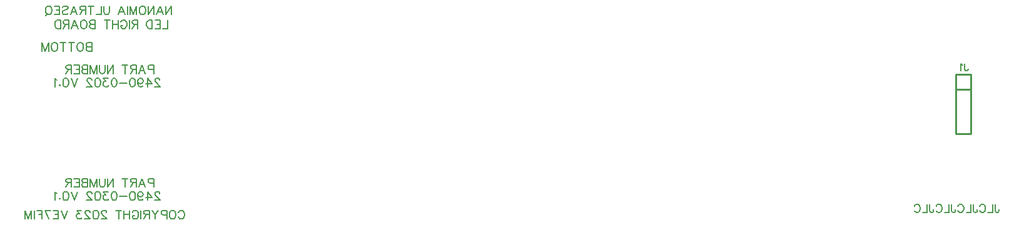
<source format=gbo>
G04 Layer: BottomSilkscreenLayer*
G04 EasyEDA v6.5.34, 2023-08-10 19:30:07*
G04 4c2b3f1c2568491fb8cb17246f5809ed,5a6b42c53f6a479593ecc07194224c93,10*
G04 Gerber Generator version 0.2*
G04 Scale: 100 percent, Rotated: No, Reflected: No *
G04 Dimensions in millimeters *
G04 leading zeros omitted , absolute positions ,4 integer and 5 decimal *
%FSLAX45Y45*%
%MOMM*%

%ADD10C,0.2032*%
%ADD11C,0.1520*%
%ADD12C,0.1524*%
%ADD13C,0.2540*%

%LPD*%
D10*
X34843186Y4742017D02*
G01*
X34848642Y4752926D01*
X34859551Y4763836D01*
X34870458Y4769289D01*
X34892277Y4769289D01*
X34903186Y4763836D01*
X34914095Y4752926D01*
X34919551Y4742017D01*
X34925005Y4725654D01*
X34925005Y4698382D01*
X34919551Y4682017D01*
X34914095Y4671108D01*
X34903186Y4660198D01*
X34892277Y4654745D01*
X34870458Y4654745D01*
X34859551Y4660198D01*
X34848642Y4671108D01*
X34843186Y4682017D01*
X34774459Y4769289D02*
G01*
X34785368Y4763836D01*
X34796277Y4752926D01*
X34801733Y4742017D01*
X34807187Y4725654D01*
X34807187Y4698382D01*
X34801733Y4682017D01*
X34796277Y4671108D01*
X34785368Y4660198D01*
X34774459Y4654745D01*
X34752640Y4654745D01*
X34741733Y4660198D01*
X34730824Y4671108D01*
X34725368Y4682017D01*
X34719915Y4698382D01*
X34719915Y4725654D01*
X34725368Y4742017D01*
X34730824Y4752926D01*
X34741733Y4763836D01*
X34752640Y4769289D01*
X34774459Y4769289D01*
X34683915Y4769289D02*
G01*
X34683915Y4654745D01*
X34683915Y4769289D02*
G01*
X34634822Y4769289D01*
X34618460Y4763836D01*
X34613006Y4758382D01*
X34607550Y4747473D01*
X34607550Y4731108D01*
X34613006Y4720198D01*
X34618460Y4714745D01*
X34634822Y4709289D01*
X34683915Y4709289D01*
X34571551Y4769289D02*
G01*
X34527914Y4714745D01*
X34527914Y4654745D01*
X34484279Y4769289D02*
G01*
X34527914Y4714745D01*
X34448277Y4769289D02*
G01*
X34448277Y4654745D01*
X34448277Y4769289D02*
G01*
X34399186Y4769289D01*
X34382824Y4763836D01*
X34377370Y4758382D01*
X34371915Y4747473D01*
X34371915Y4736564D01*
X34377370Y4725654D01*
X34382824Y4720198D01*
X34399186Y4714745D01*
X34448277Y4714745D01*
X34410096Y4714745D02*
G01*
X34371915Y4654745D01*
X34335915Y4769289D02*
G01*
X34335915Y4654745D01*
X34218097Y4742017D02*
G01*
X34223551Y4752926D01*
X34234460Y4763836D01*
X34245369Y4769289D01*
X34267188Y4769289D01*
X34278097Y4763836D01*
X34289006Y4752926D01*
X34294460Y4742017D01*
X34299916Y4725654D01*
X34299916Y4698382D01*
X34294460Y4682017D01*
X34289006Y4671108D01*
X34278097Y4660198D01*
X34267188Y4654745D01*
X34245369Y4654745D01*
X34234460Y4660198D01*
X34223551Y4671108D01*
X34218097Y4682017D01*
X34218097Y4698382D01*
X34245369Y4698382D02*
G01*
X34218097Y4698382D01*
X34182098Y4769289D02*
G01*
X34182098Y4654745D01*
X34105733Y4769289D02*
G01*
X34105733Y4654745D01*
X34182098Y4714745D02*
G01*
X34105733Y4714745D01*
X34031552Y4769289D02*
G01*
X34031552Y4654745D01*
X34069733Y4769289D02*
G01*
X33993371Y4769289D01*
X33867915Y4742017D02*
G01*
X33867915Y4747473D01*
X33862462Y4758382D01*
X33857006Y4763836D01*
X33846096Y4769289D01*
X33824280Y4769289D01*
X33813371Y4763836D01*
X33807915Y4758382D01*
X33802462Y4747473D01*
X33802462Y4736564D01*
X33807915Y4725654D01*
X33818824Y4709289D01*
X33873371Y4654745D01*
X33797006Y4654745D01*
X33728279Y4769289D02*
G01*
X33744644Y4763836D01*
X33755553Y4747473D01*
X33761006Y4720198D01*
X33761006Y4703836D01*
X33755553Y4676564D01*
X33744644Y4660198D01*
X33728279Y4654745D01*
X33717372Y4654745D01*
X33701007Y4660198D01*
X33690097Y4676564D01*
X33684644Y4703836D01*
X33684644Y4720198D01*
X33690097Y4747473D01*
X33701007Y4763836D01*
X33717372Y4769289D01*
X33728279Y4769289D01*
X33643188Y4742017D02*
G01*
X33643188Y4747473D01*
X33637735Y4758382D01*
X33632279Y4763836D01*
X33621370Y4769289D01*
X33599554Y4769289D01*
X33588645Y4763836D01*
X33583189Y4758382D01*
X33577735Y4747473D01*
X33577735Y4736564D01*
X33583189Y4725654D01*
X33594098Y4709289D01*
X33648644Y4654745D01*
X33572279Y4654745D01*
X33525371Y4769289D02*
G01*
X33465371Y4769289D01*
X33498099Y4725654D01*
X33481736Y4725654D01*
X33470827Y4720198D01*
X33465371Y4714745D01*
X33459917Y4698382D01*
X33459917Y4687473D01*
X33465371Y4671108D01*
X33476280Y4660198D01*
X33492643Y4654745D01*
X33509008Y4654745D01*
X33525371Y4660198D01*
X33530827Y4665654D01*
X33536280Y4676564D01*
X33339918Y4769289D02*
G01*
X33296280Y4654745D01*
X33252643Y4769289D02*
G01*
X33296280Y4654745D01*
X33216644Y4769289D02*
G01*
X33216644Y4654745D01*
X33216644Y4769289D02*
G01*
X33145735Y4769289D01*
X33216644Y4714745D02*
G01*
X33173009Y4714745D01*
X33216644Y4654745D02*
G01*
X33145735Y4654745D01*
X33033373Y4769289D02*
G01*
X33087917Y4654745D01*
X33109735Y4769289D02*
G01*
X33033373Y4769289D01*
X32997373Y4769289D02*
G01*
X32997373Y4654745D01*
X32997373Y4769289D02*
G01*
X32926464Y4769289D01*
X32997373Y4714745D02*
G01*
X32953736Y4714745D01*
X32890462Y4769289D02*
G01*
X32890462Y4654745D01*
X32854463Y4769289D02*
G01*
X32854463Y4654745D01*
X32854463Y4769289D02*
G01*
X32810828Y4654745D01*
X32767191Y4769289D02*
G01*
X32810828Y4654745D01*
X32767191Y4769289D02*
G01*
X32767191Y4654745D01*
D11*
X45896657Y4852451D02*
G01*
X45896657Y4769324D01*
X45901853Y4753737D01*
X45907048Y4748542D01*
X45917439Y4743348D01*
X45927830Y4743348D01*
X45938221Y4748542D01*
X45943418Y4753737D01*
X45948612Y4769324D01*
X45948612Y4779716D01*
X45862366Y4852451D02*
G01*
X45862366Y4743348D01*
X45862366Y4743348D02*
G01*
X45800022Y4743348D01*
X45687800Y4826474D02*
G01*
X45692997Y4836866D01*
X45703388Y4847257D01*
X45713777Y4852451D01*
X45734559Y4852451D01*
X45744950Y4847257D01*
X45755341Y4836866D01*
X45760538Y4826474D01*
X45765732Y4810887D01*
X45765732Y4784910D01*
X45760538Y4769324D01*
X45755341Y4758933D01*
X45744950Y4748542D01*
X45734559Y4743348D01*
X45713777Y4743348D01*
X45703388Y4748542D01*
X45692997Y4758933D01*
X45687800Y4769324D01*
X45601557Y4852451D02*
G01*
X45601557Y4769324D01*
X45606751Y4753737D01*
X45611948Y4748542D01*
X45622336Y4743348D01*
X45632728Y4743348D01*
X45643119Y4748542D01*
X45648316Y4753737D01*
X45653510Y4769324D01*
X45653510Y4779716D01*
X45567267Y4852451D02*
G01*
X45567267Y4743348D01*
X45567267Y4743348D02*
G01*
X45504920Y4743348D01*
X45392698Y4826474D02*
G01*
X45397894Y4836866D01*
X45408286Y4847257D01*
X45418677Y4852451D01*
X45439457Y4852451D01*
X45449848Y4847257D01*
X45460239Y4836866D01*
X45465436Y4826474D01*
X45470630Y4810887D01*
X45470630Y4784910D01*
X45465436Y4769324D01*
X45460239Y4758933D01*
X45449848Y4748542D01*
X45439457Y4743348D01*
X45418677Y4743348D01*
X45408286Y4748542D01*
X45397894Y4758933D01*
X45392698Y4769324D01*
X45306454Y4852451D02*
G01*
X45306454Y4769324D01*
X45311649Y4753737D01*
X45316846Y4748542D01*
X45327237Y4743348D01*
X45337628Y4743348D01*
X45348016Y4748542D01*
X45353213Y4753737D01*
X45358408Y4769324D01*
X45358408Y4779716D01*
X45272164Y4852451D02*
G01*
X45272164Y4743348D01*
X45272164Y4743348D02*
G01*
X45209818Y4743348D01*
X45097598Y4826474D02*
G01*
X45102792Y4836866D01*
X45113183Y4847257D01*
X45123574Y4852451D01*
X45144357Y4852451D01*
X45154748Y4847257D01*
X45165136Y4836866D01*
X45170333Y4826474D01*
X45175528Y4810887D01*
X45175528Y4784910D01*
X45170333Y4769324D01*
X45165136Y4758933D01*
X45154748Y4748542D01*
X45144357Y4743348D01*
X45123574Y4743348D01*
X45113183Y4748542D01*
X45102792Y4758933D01*
X45097598Y4769324D01*
X45011352Y4852451D02*
G01*
X45011352Y4769324D01*
X45016547Y4753737D01*
X45021743Y4748542D01*
X45032134Y4743348D01*
X45042526Y4743348D01*
X45052917Y4748542D01*
X45058111Y4753737D01*
X45063308Y4769324D01*
X45063308Y4779716D01*
X44977062Y4852451D02*
G01*
X44977062Y4743348D01*
X44977062Y4743348D02*
G01*
X44914718Y4743348D01*
X44802496Y4826474D02*
G01*
X44807690Y4836866D01*
X44818081Y4847257D01*
X44828472Y4852451D01*
X44849254Y4852451D01*
X44859646Y4847257D01*
X44870037Y4836866D01*
X44875231Y4826474D01*
X44880428Y4810887D01*
X44880428Y4784910D01*
X44875231Y4769324D01*
X44870037Y4758933D01*
X44859646Y4748542D01*
X44849254Y4743348D01*
X44828472Y4743348D01*
X44818081Y4748542D01*
X44807690Y4758933D01*
X44802496Y4769324D01*
D10*
X34505900Y6737789D02*
G01*
X34505900Y6623245D01*
X34505900Y6737789D02*
G01*
X34456809Y6737789D01*
X34440446Y6732336D01*
X34434990Y6726882D01*
X34429537Y6715973D01*
X34429537Y6699608D01*
X34434990Y6688698D01*
X34440446Y6683245D01*
X34456809Y6677789D01*
X34505900Y6677789D01*
X34349900Y6737789D02*
G01*
X34393535Y6623245D01*
X34349900Y6737789D02*
G01*
X34306263Y6623245D01*
X34377172Y6661426D02*
G01*
X34322628Y6661426D01*
X34270264Y6737789D02*
G01*
X34270264Y6623245D01*
X34270264Y6737789D02*
G01*
X34221173Y6737789D01*
X34204810Y6732336D01*
X34199355Y6726882D01*
X34193901Y6715973D01*
X34193901Y6705064D01*
X34199355Y6694154D01*
X34204810Y6688698D01*
X34221173Y6683245D01*
X34270264Y6683245D01*
X34232082Y6683245D02*
G01*
X34193901Y6623245D01*
X34119718Y6737789D02*
G01*
X34119718Y6623245D01*
X34157899Y6737789D02*
G01*
X34081537Y6737789D01*
X33961537Y6737789D02*
G01*
X33961537Y6623245D01*
X33961537Y6737789D02*
G01*
X33885174Y6623245D01*
X33885174Y6737789D02*
G01*
X33885174Y6623245D01*
X33849172Y6737789D02*
G01*
X33849172Y6655973D01*
X33843719Y6639608D01*
X33832810Y6628698D01*
X33816447Y6623245D01*
X33805538Y6623245D01*
X33789172Y6628698D01*
X33778266Y6639608D01*
X33772810Y6655973D01*
X33772810Y6737789D01*
X33736810Y6737789D02*
G01*
X33736810Y6623245D01*
X33736810Y6737789D02*
G01*
X33693173Y6623245D01*
X33649538Y6737789D02*
G01*
X33693173Y6623245D01*
X33649538Y6737789D02*
G01*
X33649538Y6623245D01*
X33613537Y6737789D02*
G01*
X33613537Y6623245D01*
X33613537Y6737789D02*
G01*
X33564446Y6737789D01*
X33548083Y6732336D01*
X33542630Y6726882D01*
X33537174Y6715973D01*
X33537174Y6705064D01*
X33542630Y6694154D01*
X33548083Y6688698D01*
X33564446Y6683245D01*
X33613537Y6683245D02*
G01*
X33564446Y6683245D01*
X33548083Y6677789D01*
X33542630Y6672336D01*
X33537174Y6661426D01*
X33537174Y6645064D01*
X33542630Y6634154D01*
X33548083Y6628698D01*
X33564446Y6623245D01*
X33613537Y6623245D01*
X33501175Y6737789D02*
G01*
X33501175Y6623245D01*
X33501175Y6737789D02*
G01*
X33430265Y6737789D01*
X33501175Y6683245D02*
G01*
X33457537Y6683245D01*
X33501175Y6623245D02*
G01*
X33430265Y6623245D01*
X33394266Y6737789D02*
G01*
X33394266Y6623245D01*
X33394266Y6737789D02*
G01*
X33345175Y6737789D01*
X33328810Y6732336D01*
X33323357Y6726882D01*
X33317901Y6715973D01*
X33317901Y6705064D01*
X33323357Y6694154D01*
X33328810Y6688698D01*
X33345175Y6683245D01*
X33394266Y6683245D01*
X33356085Y6683245D02*
G01*
X33317901Y6623245D01*
X34696400Y7347389D02*
G01*
X34696400Y7232845D01*
X34696400Y7232845D02*
G01*
X34630946Y7232845D01*
X34594944Y7347389D02*
G01*
X34594944Y7232845D01*
X34594944Y7347389D02*
G01*
X34524035Y7347389D01*
X34594944Y7292845D02*
G01*
X34551310Y7292845D01*
X34594944Y7232845D02*
G01*
X34524035Y7232845D01*
X34488036Y7347389D02*
G01*
X34488036Y7232845D01*
X34488036Y7347389D02*
G01*
X34449854Y7347389D01*
X34433492Y7341936D01*
X34422582Y7331026D01*
X34417127Y7320117D01*
X34411673Y7303754D01*
X34411673Y7276482D01*
X34417127Y7260117D01*
X34422582Y7249208D01*
X34433492Y7238298D01*
X34449854Y7232845D01*
X34488036Y7232845D01*
X34291673Y7347389D02*
G01*
X34291673Y7232845D01*
X34291673Y7347389D02*
G01*
X34242583Y7347389D01*
X34226218Y7341936D01*
X34220764Y7336482D01*
X34215311Y7325573D01*
X34215311Y7314664D01*
X34220764Y7303754D01*
X34226218Y7298298D01*
X34242583Y7292845D01*
X34291673Y7292845D01*
X34253492Y7292845D02*
G01*
X34215311Y7232845D01*
X34179309Y7347389D02*
G01*
X34179309Y7232845D01*
X34061491Y7320117D02*
G01*
X34066947Y7331026D01*
X34077856Y7341936D01*
X34088765Y7347389D01*
X34110582Y7347389D01*
X34121491Y7341936D01*
X34132400Y7331026D01*
X34137856Y7320117D01*
X34143309Y7303754D01*
X34143309Y7276482D01*
X34137856Y7260117D01*
X34132400Y7249208D01*
X34121491Y7238298D01*
X34110582Y7232845D01*
X34088765Y7232845D01*
X34077856Y7238298D01*
X34066947Y7249208D01*
X34061491Y7260117D01*
X34061491Y7276482D01*
X34088765Y7276482D02*
G01*
X34061491Y7276482D01*
X34025492Y7347389D02*
G01*
X34025492Y7232845D01*
X33949129Y7347389D02*
G01*
X33949129Y7232845D01*
X34025492Y7292845D02*
G01*
X33949129Y7292845D01*
X33874946Y7347389D02*
G01*
X33874946Y7232845D01*
X33913130Y7347389D02*
G01*
X33836764Y7347389D01*
X33716765Y7347389D02*
G01*
X33716765Y7232845D01*
X33716765Y7347389D02*
G01*
X33667674Y7347389D01*
X33651311Y7341936D01*
X33645856Y7336482D01*
X33640402Y7325573D01*
X33640402Y7314664D01*
X33645856Y7303754D01*
X33651311Y7298298D01*
X33667674Y7292845D01*
X33716765Y7292845D02*
G01*
X33667674Y7292845D01*
X33651311Y7287389D01*
X33645856Y7281936D01*
X33640402Y7271026D01*
X33640402Y7254664D01*
X33645856Y7243754D01*
X33651311Y7238298D01*
X33667674Y7232845D01*
X33716765Y7232845D01*
X33571675Y7347389D02*
G01*
X33582584Y7341936D01*
X33593493Y7331026D01*
X33598947Y7320117D01*
X33604403Y7303754D01*
X33604403Y7276482D01*
X33598947Y7260117D01*
X33593493Y7249208D01*
X33582584Y7238298D01*
X33571675Y7232845D01*
X33549856Y7232845D01*
X33538947Y7238298D01*
X33528038Y7249208D01*
X33522584Y7260117D01*
X33517128Y7276482D01*
X33517128Y7303754D01*
X33522584Y7320117D01*
X33528038Y7331026D01*
X33538947Y7341936D01*
X33549856Y7347389D01*
X33571675Y7347389D01*
X33437492Y7347389D02*
G01*
X33481129Y7232845D01*
X33437492Y7347389D02*
G01*
X33393857Y7232845D01*
X33464766Y7271026D02*
G01*
X33410220Y7271026D01*
X33357858Y7347389D02*
G01*
X33357858Y7232845D01*
X33357858Y7347389D02*
G01*
X33308767Y7347389D01*
X33292402Y7341936D01*
X33286948Y7336482D01*
X33281493Y7325573D01*
X33281493Y7314664D01*
X33286948Y7303754D01*
X33292402Y7298298D01*
X33308767Y7292845D01*
X33357858Y7292845D01*
X33319674Y7292845D02*
G01*
X33281493Y7232845D01*
X33245493Y7347389D02*
G01*
X33245493Y7232845D01*
X33245493Y7347389D02*
G01*
X33207312Y7347389D01*
X33190949Y7341936D01*
X33180040Y7331026D01*
X33174584Y7320117D01*
X33169131Y7303754D01*
X33169131Y7276482D01*
X33174584Y7260117D01*
X33180040Y7249208D01*
X33190949Y7238298D01*
X33207312Y7232845D01*
X33245493Y7232845D01*
X34589346Y6532717D02*
G01*
X34589346Y6538173D01*
X34583890Y6549082D01*
X34578437Y6554536D01*
X34567528Y6559989D01*
X34545709Y6559989D01*
X34534800Y6554536D01*
X34529346Y6549082D01*
X34523890Y6538173D01*
X34523890Y6527264D01*
X34529346Y6516354D01*
X34540253Y6499989D01*
X34594800Y6445445D01*
X34518437Y6445445D01*
X34427891Y6559989D02*
G01*
X34482435Y6483626D01*
X34400619Y6483626D01*
X34427891Y6559989D02*
G01*
X34427891Y6445445D01*
X34293710Y6521808D02*
G01*
X34299164Y6505445D01*
X34310073Y6494536D01*
X34326436Y6489082D01*
X34331892Y6489082D01*
X34348254Y6494536D01*
X34359164Y6505445D01*
X34364617Y6521808D01*
X34364617Y6527264D01*
X34359164Y6543626D01*
X34348254Y6554536D01*
X34331892Y6559989D01*
X34326436Y6559989D01*
X34310073Y6554536D01*
X34299164Y6543626D01*
X34293710Y6521808D01*
X34293710Y6494536D01*
X34299164Y6467264D01*
X34310073Y6450898D01*
X34326436Y6445445D01*
X34337345Y6445445D01*
X34353710Y6450898D01*
X34359164Y6461808D01*
X34224983Y6559989D02*
G01*
X34241346Y6554536D01*
X34252255Y6538173D01*
X34257708Y6510898D01*
X34257708Y6494536D01*
X34252255Y6467264D01*
X34241346Y6450898D01*
X34224983Y6445445D01*
X34214074Y6445445D01*
X34197709Y6450898D01*
X34186799Y6467264D01*
X34181346Y6494536D01*
X34181346Y6510898D01*
X34186799Y6538173D01*
X34197709Y6554536D01*
X34214074Y6559989D01*
X34224983Y6559989D01*
X34145347Y6494536D02*
G01*
X34047165Y6494536D01*
X33978438Y6559989D02*
G01*
X33994801Y6554536D01*
X34005710Y6538173D01*
X34011163Y6510898D01*
X34011163Y6494536D01*
X34005710Y6467264D01*
X33994801Y6450898D01*
X33978438Y6445445D01*
X33967529Y6445445D01*
X33951163Y6450898D01*
X33940254Y6467264D01*
X33934801Y6494536D01*
X33934801Y6510898D01*
X33940254Y6538173D01*
X33951163Y6554536D01*
X33967529Y6559989D01*
X33978438Y6559989D01*
X33887892Y6559989D02*
G01*
X33827892Y6559989D01*
X33860620Y6516354D01*
X33844255Y6516354D01*
X33833346Y6510898D01*
X33827892Y6505445D01*
X33822436Y6489082D01*
X33822436Y6478173D01*
X33827892Y6461808D01*
X33838802Y6450898D01*
X33855164Y6445445D01*
X33871529Y6445445D01*
X33887892Y6450898D01*
X33893345Y6456354D01*
X33898801Y6467264D01*
X33753712Y6559989D02*
G01*
X33770074Y6554536D01*
X33780984Y6538173D01*
X33786437Y6510898D01*
X33786437Y6494536D01*
X33780984Y6467264D01*
X33770074Y6450898D01*
X33753712Y6445445D01*
X33742802Y6445445D01*
X33726437Y6450898D01*
X33715528Y6467264D01*
X33710074Y6494536D01*
X33710074Y6510898D01*
X33715528Y6538173D01*
X33726437Y6554536D01*
X33742802Y6559989D01*
X33753712Y6559989D01*
X33668619Y6532717D02*
G01*
X33668619Y6538173D01*
X33663166Y6549082D01*
X33657710Y6554536D01*
X33646800Y6559989D01*
X33624984Y6559989D01*
X33614075Y6554536D01*
X33608619Y6549082D01*
X33603166Y6538173D01*
X33603166Y6527264D01*
X33608619Y6516354D01*
X33619528Y6499989D01*
X33674075Y6445445D01*
X33597710Y6445445D01*
X33477710Y6559989D02*
G01*
X33434075Y6445445D01*
X33390438Y6559989D02*
G01*
X33434075Y6445445D01*
X33321711Y6559989D02*
G01*
X33338074Y6554536D01*
X33348983Y6538173D01*
X33354439Y6510898D01*
X33354439Y6494536D01*
X33348983Y6467264D01*
X33338074Y6450898D01*
X33321711Y6445445D01*
X33310802Y6445445D01*
X33294439Y6450898D01*
X33283530Y6467264D01*
X33278074Y6494536D01*
X33278074Y6510898D01*
X33283530Y6538173D01*
X33294439Y6554536D01*
X33310802Y6559989D01*
X33321711Y6559989D01*
X33236621Y6472717D02*
G01*
X33242074Y6467264D01*
X33236621Y6461808D01*
X33231165Y6467264D01*
X33236621Y6472717D01*
X33195166Y6538173D02*
G01*
X33184256Y6543626D01*
X33167894Y6559989D01*
X33167894Y6445445D01*
X33667700Y7042589D02*
G01*
X33667700Y6928045D01*
X33667700Y7042589D02*
G01*
X33618609Y7042589D01*
X33602246Y7037136D01*
X33596790Y7031682D01*
X33591337Y7020773D01*
X33591337Y7009864D01*
X33596790Y6998954D01*
X33602246Y6993498D01*
X33618609Y6988045D01*
X33667700Y6988045D02*
G01*
X33618609Y6988045D01*
X33602246Y6982589D01*
X33596790Y6977136D01*
X33591337Y6966226D01*
X33591337Y6949864D01*
X33596790Y6938954D01*
X33602246Y6933498D01*
X33618609Y6928045D01*
X33667700Y6928045D01*
X33522610Y7042589D02*
G01*
X33533519Y7037136D01*
X33544428Y7026226D01*
X33549882Y7015317D01*
X33555335Y6998954D01*
X33555335Y6971682D01*
X33549882Y6955317D01*
X33544428Y6944408D01*
X33533519Y6933498D01*
X33522610Y6928045D01*
X33500791Y6928045D01*
X33489882Y6933498D01*
X33478972Y6944408D01*
X33473519Y6955317D01*
X33468063Y6971682D01*
X33468063Y6998954D01*
X33473519Y7015317D01*
X33478972Y7026226D01*
X33489882Y7037136D01*
X33500791Y7042589D01*
X33522610Y7042589D01*
X33393882Y7042589D02*
G01*
X33393882Y6928045D01*
X33432064Y7042589D02*
G01*
X33355701Y7042589D01*
X33281518Y7042589D02*
G01*
X33281518Y6928045D01*
X33319699Y7042589D02*
G01*
X33243337Y7042589D01*
X33174609Y7042589D02*
G01*
X33185519Y7037136D01*
X33196428Y7026226D01*
X33201881Y7015317D01*
X33207337Y6998954D01*
X33207337Y6971682D01*
X33201881Y6955317D01*
X33196428Y6944408D01*
X33185519Y6933498D01*
X33174609Y6928045D01*
X33152791Y6928045D01*
X33141881Y6933498D01*
X33130972Y6944408D01*
X33125519Y6955317D01*
X33120065Y6971682D01*
X33120065Y6998954D01*
X33125519Y7015317D01*
X33130972Y7026226D01*
X33141881Y7037136D01*
X33152791Y7042589D01*
X33174609Y7042589D01*
X33084063Y7042589D02*
G01*
X33084063Y6928045D01*
X33084063Y7042589D02*
G01*
X33040429Y6928045D01*
X32996792Y7042589D02*
G01*
X33040429Y6928045D01*
X32996792Y7042589D02*
G01*
X32996792Y6928045D01*
X34747200Y7537889D02*
G01*
X34747200Y7423345D01*
X34747200Y7537889D02*
G01*
X34670837Y7423345D01*
X34670837Y7537889D02*
G01*
X34670837Y7423345D01*
X34591200Y7537889D02*
G01*
X34634835Y7423345D01*
X34591200Y7537889D02*
G01*
X34547563Y7423345D01*
X34618472Y7461526D02*
G01*
X34563928Y7461526D01*
X34511564Y7537889D02*
G01*
X34511564Y7423345D01*
X34511564Y7537889D02*
G01*
X34435201Y7423345D01*
X34435201Y7537889D02*
G01*
X34435201Y7423345D01*
X34366474Y7537889D02*
G01*
X34377383Y7532436D01*
X34388290Y7521526D01*
X34393746Y7510617D01*
X34399199Y7494254D01*
X34399199Y7466982D01*
X34393746Y7450617D01*
X34388290Y7439708D01*
X34377383Y7428798D01*
X34366474Y7423345D01*
X34344655Y7423345D01*
X34333746Y7428798D01*
X34322837Y7439708D01*
X34317383Y7450617D01*
X34311927Y7466982D01*
X34311927Y7494254D01*
X34317383Y7510617D01*
X34322837Y7521526D01*
X34333746Y7532436D01*
X34344655Y7537889D01*
X34366474Y7537889D01*
X34275928Y7537889D02*
G01*
X34275928Y7423345D01*
X34275928Y7537889D02*
G01*
X34232291Y7423345D01*
X34188656Y7537889D02*
G01*
X34232291Y7423345D01*
X34188656Y7537889D02*
G01*
X34188656Y7423345D01*
X34152654Y7537889D02*
G01*
X34152654Y7423345D01*
X34073020Y7537889D02*
G01*
X34116655Y7423345D01*
X34073020Y7537889D02*
G01*
X34029383Y7423345D01*
X34100292Y7461526D02*
G01*
X34045745Y7461526D01*
X33909383Y7537889D02*
G01*
X33909383Y7456073D01*
X33903930Y7439708D01*
X33893020Y7428798D01*
X33876655Y7423345D01*
X33865746Y7423345D01*
X33849383Y7428798D01*
X33838474Y7439708D01*
X33833020Y7456073D01*
X33833020Y7537889D01*
X33797019Y7537889D02*
G01*
X33797019Y7423345D01*
X33797019Y7423345D02*
G01*
X33731565Y7423345D01*
X33657385Y7537889D02*
G01*
X33657385Y7423345D01*
X33695566Y7537889D02*
G01*
X33619201Y7537889D01*
X33583201Y7537889D02*
G01*
X33583201Y7423345D01*
X33583201Y7537889D02*
G01*
X33534111Y7537889D01*
X33517748Y7532436D01*
X33512292Y7526982D01*
X33506839Y7516073D01*
X33506839Y7505164D01*
X33512292Y7494254D01*
X33517748Y7488798D01*
X33534111Y7483345D01*
X33583201Y7483345D01*
X33545020Y7483345D02*
G01*
X33506839Y7423345D01*
X33427202Y7537889D02*
G01*
X33470839Y7423345D01*
X33427202Y7537889D02*
G01*
X33383565Y7423345D01*
X33454474Y7461526D02*
G01*
X33399930Y7461526D01*
X33271203Y7521526D02*
G01*
X33282112Y7532436D01*
X33298475Y7537889D01*
X33320294Y7537889D01*
X33336656Y7532436D01*
X33347566Y7521526D01*
X33347566Y7510617D01*
X33342112Y7499708D01*
X33336656Y7494254D01*
X33325747Y7488798D01*
X33293022Y7477889D01*
X33282112Y7472436D01*
X33276656Y7466982D01*
X33271203Y7456073D01*
X33271203Y7439708D01*
X33282112Y7428798D01*
X33298475Y7423345D01*
X33320294Y7423345D01*
X33336656Y7428798D01*
X33347566Y7439708D01*
X33235204Y7537889D02*
G01*
X33235204Y7423345D01*
X33235204Y7537889D02*
G01*
X33164294Y7537889D01*
X33235204Y7483345D02*
G01*
X33191566Y7483345D01*
X33235204Y7423345D02*
G01*
X33164294Y7423345D01*
X33095567Y7537889D02*
G01*
X33106476Y7532436D01*
X33117386Y7521526D01*
X33122839Y7510617D01*
X33128292Y7494254D01*
X33128292Y7466982D01*
X33122839Y7450617D01*
X33117386Y7439708D01*
X33106476Y7428798D01*
X33095567Y7423345D01*
X33073748Y7423345D01*
X33062839Y7428798D01*
X33051930Y7439708D01*
X33046476Y7450617D01*
X33041021Y7466982D01*
X33041021Y7494254D01*
X33046476Y7510617D01*
X33051930Y7521526D01*
X33062839Y7532436D01*
X33073748Y7537889D01*
X33095567Y7537889D01*
X33079202Y7445164D02*
G01*
X33046476Y7412436D01*
X34505900Y5201064D02*
G01*
X34505900Y5086520D01*
X34505900Y5201064D02*
G01*
X34456809Y5201064D01*
X34440446Y5195610D01*
X34434990Y5190157D01*
X34429537Y5179247D01*
X34429537Y5162882D01*
X34434990Y5151973D01*
X34440446Y5146520D01*
X34456809Y5141064D01*
X34505900Y5141064D01*
X34349900Y5201064D02*
G01*
X34393535Y5086520D01*
X34349900Y5201064D02*
G01*
X34306263Y5086520D01*
X34377172Y5124701D02*
G01*
X34322628Y5124701D01*
X34270264Y5201064D02*
G01*
X34270264Y5086520D01*
X34270264Y5201064D02*
G01*
X34221173Y5201064D01*
X34204810Y5195610D01*
X34199355Y5190157D01*
X34193901Y5179247D01*
X34193901Y5168338D01*
X34199355Y5157429D01*
X34204810Y5151973D01*
X34221173Y5146520D01*
X34270264Y5146520D01*
X34232082Y5146520D02*
G01*
X34193901Y5086520D01*
X34119718Y5201064D02*
G01*
X34119718Y5086520D01*
X34157899Y5201064D02*
G01*
X34081537Y5201064D01*
X33961537Y5201064D02*
G01*
X33961537Y5086520D01*
X33961537Y5201064D02*
G01*
X33885174Y5086520D01*
X33885174Y5201064D02*
G01*
X33885174Y5086520D01*
X33849172Y5201064D02*
G01*
X33849172Y5119248D01*
X33843719Y5102882D01*
X33832810Y5091973D01*
X33816447Y5086520D01*
X33805538Y5086520D01*
X33789172Y5091973D01*
X33778266Y5102882D01*
X33772810Y5119248D01*
X33772810Y5201064D01*
X33736810Y5201064D02*
G01*
X33736810Y5086520D01*
X33736810Y5201064D02*
G01*
X33693173Y5086520D01*
X33649538Y5201064D02*
G01*
X33693173Y5086520D01*
X33649538Y5201064D02*
G01*
X33649538Y5086520D01*
X33613537Y5201064D02*
G01*
X33613537Y5086520D01*
X33613537Y5201064D02*
G01*
X33564446Y5201064D01*
X33548083Y5195610D01*
X33542630Y5190157D01*
X33537174Y5179247D01*
X33537174Y5168338D01*
X33542630Y5157429D01*
X33548083Y5151973D01*
X33564446Y5146520D01*
X33613537Y5146520D02*
G01*
X33564446Y5146520D01*
X33548083Y5141064D01*
X33542630Y5135610D01*
X33537174Y5124701D01*
X33537174Y5108338D01*
X33542630Y5097429D01*
X33548083Y5091973D01*
X33564446Y5086520D01*
X33613537Y5086520D01*
X33501175Y5201064D02*
G01*
X33501175Y5086520D01*
X33501175Y5201064D02*
G01*
X33430265Y5201064D01*
X33501175Y5146520D02*
G01*
X33457537Y5146520D01*
X33501175Y5086520D02*
G01*
X33430265Y5086520D01*
X33394266Y5201064D02*
G01*
X33394266Y5086520D01*
X33394266Y5201064D02*
G01*
X33345175Y5201064D01*
X33328810Y5195610D01*
X33323357Y5190157D01*
X33317901Y5179247D01*
X33317901Y5168338D01*
X33323357Y5157429D01*
X33328810Y5151973D01*
X33345175Y5146520D01*
X33394266Y5146520D01*
X33356085Y5146520D02*
G01*
X33317901Y5086520D01*
X34589346Y4995992D02*
G01*
X34589346Y5001447D01*
X34583890Y5012357D01*
X34578437Y5017810D01*
X34567528Y5023264D01*
X34545709Y5023264D01*
X34534800Y5017810D01*
X34529346Y5012357D01*
X34523890Y5001447D01*
X34523890Y4990538D01*
X34529346Y4979629D01*
X34540253Y4963264D01*
X34594800Y4908720D01*
X34518437Y4908720D01*
X34427891Y5023264D02*
G01*
X34482435Y4946901D01*
X34400619Y4946901D01*
X34427891Y5023264D02*
G01*
X34427891Y4908720D01*
X34293710Y4985082D02*
G01*
X34299164Y4968720D01*
X34310073Y4957810D01*
X34326436Y4952357D01*
X34331892Y4952357D01*
X34348254Y4957810D01*
X34359164Y4968720D01*
X34364617Y4985082D01*
X34364617Y4990538D01*
X34359164Y5006901D01*
X34348254Y5017810D01*
X34331892Y5023264D01*
X34326436Y5023264D01*
X34310073Y5017810D01*
X34299164Y5006901D01*
X34293710Y4985082D01*
X34293710Y4957810D01*
X34299164Y4930538D01*
X34310073Y4914173D01*
X34326436Y4908720D01*
X34337345Y4908720D01*
X34353710Y4914173D01*
X34359164Y4925082D01*
X34224983Y5023264D02*
G01*
X34241346Y5017810D01*
X34252255Y5001447D01*
X34257708Y4974173D01*
X34257708Y4957810D01*
X34252255Y4930538D01*
X34241346Y4914173D01*
X34224983Y4908720D01*
X34214074Y4908720D01*
X34197709Y4914173D01*
X34186799Y4930538D01*
X34181346Y4957810D01*
X34181346Y4974173D01*
X34186799Y5001447D01*
X34197709Y5017810D01*
X34214074Y5023264D01*
X34224983Y5023264D01*
X34145347Y4957810D02*
G01*
X34047165Y4957810D01*
X33978438Y5023264D02*
G01*
X33994801Y5017810D01*
X34005710Y5001447D01*
X34011163Y4974173D01*
X34011163Y4957810D01*
X34005710Y4930538D01*
X33994801Y4914173D01*
X33978438Y4908720D01*
X33967529Y4908720D01*
X33951163Y4914173D01*
X33940254Y4930538D01*
X33934801Y4957810D01*
X33934801Y4974173D01*
X33940254Y5001447D01*
X33951163Y5017810D01*
X33967529Y5023264D01*
X33978438Y5023264D01*
X33887892Y5023264D02*
G01*
X33827892Y5023264D01*
X33860620Y4979629D01*
X33844255Y4979629D01*
X33833346Y4974173D01*
X33827892Y4968720D01*
X33822436Y4952357D01*
X33822436Y4941448D01*
X33827892Y4925082D01*
X33838802Y4914173D01*
X33855164Y4908720D01*
X33871529Y4908720D01*
X33887892Y4914173D01*
X33893345Y4919629D01*
X33898801Y4930538D01*
X33753712Y5023264D02*
G01*
X33770074Y5017810D01*
X33780984Y5001447D01*
X33786437Y4974173D01*
X33786437Y4957810D01*
X33780984Y4930538D01*
X33770074Y4914173D01*
X33753712Y4908720D01*
X33742802Y4908720D01*
X33726437Y4914173D01*
X33715528Y4930538D01*
X33710074Y4957810D01*
X33710074Y4974173D01*
X33715528Y5001447D01*
X33726437Y5017810D01*
X33742802Y5023264D01*
X33753712Y5023264D01*
X33668619Y4995992D02*
G01*
X33668619Y5001447D01*
X33663166Y5012357D01*
X33657710Y5017810D01*
X33646800Y5023264D01*
X33624984Y5023264D01*
X33614075Y5017810D01*
X33608619Y5012357D01*
X33603166Y5001447D01*
X33603166Y4990538D01*
X33608619Y4979629D01*
X33619528Y4963264D01*
X33674075Y4908720D01*
X33597710Y4908720D01*
X33477710Y5023264D02*
G01*
X33434075Y4908720D01*
X33390438Y5023264D02*
G01*
X33434075Y4908720D01*
X33321711Y5023264D02*
G01*
X33338074Y5017810D01*
X33348983Y5001447D01*
X33354439Y4974173D01*
X33354439Y4957810D01*
X33348983Y4930538D01*
X33338074Y4914173D01*
X33321711Y4908720D01*
X33310802Y4908720D01*
X33294439Y4914173D01*
X33283530Y4930538D01*
X33278074Y4957810D01*
X33278074Y4974173D01*
X33283530Y5001447D01*
X33294439Y5017810D01*
X33310802Y5023264D01*
X33321711Y5023264D01*
X33236621Y4935992D02*
G01*
X33242074Y4930538D01*
X33236621Y4925082D01*
X33231165Y4930538D01*
X33236621Y4935992D01*
X33195166Y5001447D02*
G01*
X33184256Y5006901D01*
X33167894Y5023264D01*
X33167894Y4908720D01*
D12*
X45484046Y6755709D02*
G01*
X45484046Y6682981D01*
X45488590Y6669346D01*
X45493137Y6664799D01*
X45502228Y6660253D01*
X45511318Y6660253D01*
X45520409Y6664799D01*
X45524953Y6669346D01*
X45529500Y6682981D01*
X45529500Y6692071D01*
X45454046Y6737527D02*
G01*
X45444953Y6742071D01*
X45431318Y6755709D01*
X45431318Y6660253D01*
D13*
X45364400Y6407200D02*
G01*
X45554900Y6407200D01*
X45366000Y6610299D02*
G01*
X45366000Y5810300D01*
X45565999Y5810300D01*
X45565999Y6610299D01*
X45366000Y6610299D01*
M02*

</source>
